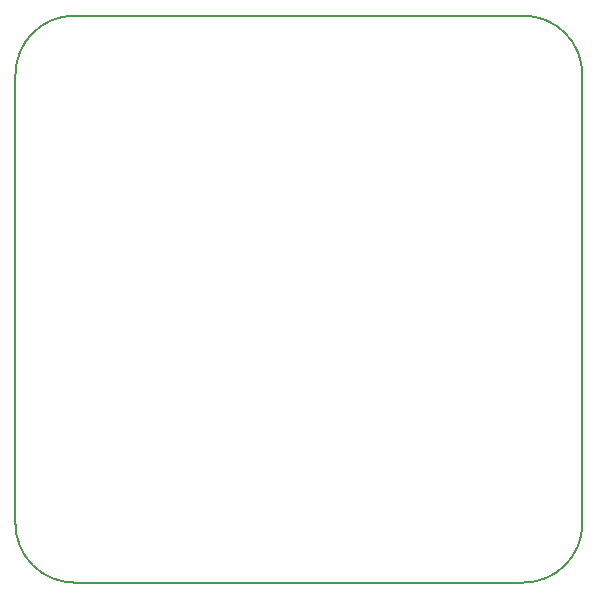
<source format=gko>
G04 #@! TF.GenerationSoftware,KiCad,Pcbnew,(5.1.0)-1*
G04 #@! TF.CreationDate,2019-03-22T19:36:58+11:00*
G04 #@! TF.ProjectId,TRF37A75_Dev_Rev_0,54524633-3741-4373-955f-4465765f5265,rev?*
G04 #@! TF.SameCoordinates,Original*
G04 #@! TF.FileFunction,Profile,NP*
%FSLAX46Y46*%
G04 Gerber Fmt 4.6, Leading zero omitted, Abs format (unit mm)*
G04 Created by KiCad (PCBNEW (5.1.0)-1) date 2019-03-22 19:36:58*
%MOMM*%
%LPD*%
G04 APERTURE LIST*
%ADD10C,0.200000*%
G04 APERTURE END LIST*
D10*
X102000000Y-60000000D02*
X140000000Y-60000000D01*
X97000000Y-65000000D02*
G75*
G02X102000000Y-60000000I5000000J0D01*
G01*
X102000000Y-108000000D02*
G75*
G02X97000000Y-103000000I0J5000000D01*
G01*
X97000000Y-103000000D02*
X97000000Y-65000000D01*
X145000000Y-103000000D02*
G75*
G02X140000000Y-108000000I-5000000J0D01*
G01*
X140000000Y-108000000D02*
X102000000Y-108000000D01*
X145000000Y-65000000D02*
X145000000Y-103000000D01*
X140000000Y-60000000D02*
G75*
G02X145000000Y-65000000I0J-5000000D01*
G01*
M02*

</source>
